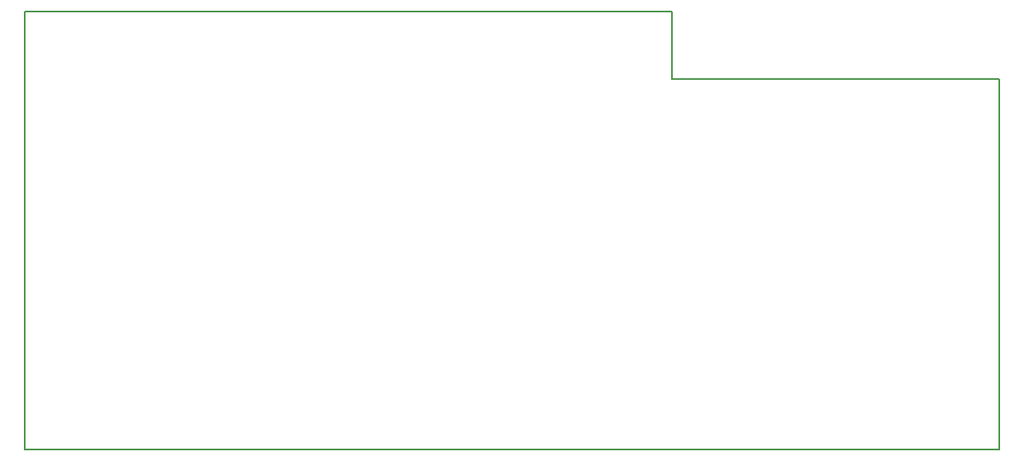
<source format=gbr>
%TF.GenerationSoftware,KiCad,Pcbnew,5.0.0*%
%TF.CreationDate,2018-10-14T20:27:49+02:00*%
%TF.ProjectId,TranspOtterNG,5472616E73704F747465724E472E6B69,rev?*%
%TF.SameCoordinates,Original*%
%TF.FileFunction,Profile,NP*%
%FSLAX46Y46*%
G04 Gerber Fmt 4.6, Leading zero omitted, Abs format (unit mm)*
G04 Created by KiCad (PCBNEW 5.0.0) date Sun Oct 14 20:27:49 2018*
%MOMM*%
%LPD*%
G01*
G04 APERTURE LIST*
%ADD10C,0.150000*%
G04 APERTURE END LIST*
D10*
X166449500Y-40009000D02*
X166449500Y-46909000D01*
X100000000Y-40000000D02*
X166449500Y-40009000D01*
X100000000Y-85000000D02*
X100000000Y-40000000D01*
X200000000Y-85000000D02*
X100000000Y-85000000D01*
X200000000Y-46900000D02*
X200000000Y-85000000D01*
X166449500Y-46909000D02*
X200000000Y-46900000D01*
M02*

</source>
